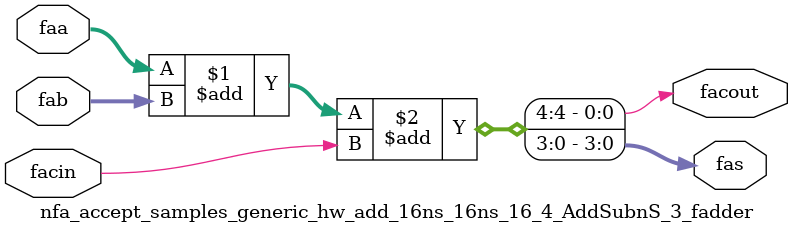
<source format=v>
module nfa_accept_samples_generic_hw_add_16ns_16ns_16_4_AddSubnS_3_fadder 
#(parameter
    N = 4
)(
    input  [N-1 : 0]  faa,
    input  [N-1 : 0]  fab,
    input  wire  facin,
    output [N-1 : 0]  fas,
    output wire  facout
);
assign {facout, fas} = faa + fab + facin;
endmodule
</source>
